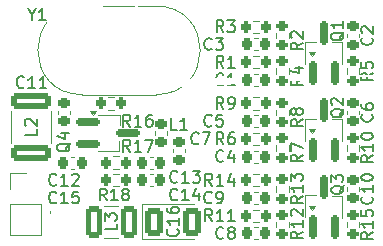
<source format=gto>
G04 #@! TF.GenerationSoftware,KiCad,Pcbnew,8.0.2*
G04 #@! TF.CreationDate,2024-06-05T16:41:01+02:00*
G04 #@! TF.ProjectId,Local Oscillator 60 MHz,4c6f6361-6c20-44f7-9363-696c6c61746f,rev?*
G04 #@! TF.SameCoordinates,Original*
G04 #@! TF.FileFunction,Legend,Top*
G04 #@! TF.FilePolarity,Positive*
%FSLAX46Y46*%
G04 Gerber Fmt 4.6, Leading zero omitted, Abs format (unit mm)*
G04 Created by KiCad (PCBNEW 8.0.2) date 2024-06-05 16:41:01*
%MOMM*%
%LPD*%
G01*
G04 APERTURE LIST*
G04 Aperture macros list*
%AMRoundRect*
0 Rectangle with rounded corners*
0 $1 Rounding radius*
0 $2 $3 $4 $5 $6 $7 $8 $9 X,Y pos of 4 corners*
0 Add a 4 corners polygon primitive as box body*
4,1,4,$2,$3,$4,$5,$6,$7,$8,$9,$2,$3,0*
0 Add four circle primitives for the rounded corners*
1,1,$1+$1,$2,$3*
1,1,$1+$1,$4,$5*
1,1,$1+$1,$6,$7*
1,1,$1+$1,$8,$9*
0 Add four rect primitives between the rounded corners*
20,1,$1+$1,$2,$3,$4,$5,0*
20,1,$1+$1,$4,$5,$6,$7,0*
20,1,$1+$1,$6,$7,$8,$9,0*
20,1,$1+$1,$8,$9,$2,$3,0*%
%AMFreePoly0*
4,1,124,3.223017,6.045185,3.225213,6.044748,3.493463,6.030690,3.857889,5.972970,4.214285,5.877474,4.558747,5.745248,4.887500,5.577740,5.196943,5.376785,5.483685,5.144586,5.744586,4.883685,5.976785,4.596943,6.177740,4.287500,6.345248,3.958747,6.477474,3.614285,6.572970,3.257889,6.630690,2.893463,6.650000,2.525000,6.630690,2.156537,6.572970,1.792111,6.477474,1.435715,
6.345248,1.091253,6.177740,0.762500,5.976785,0.453057,5.744586,0.166315,5.483685,-0.094586,5.196943,-0.326785,4.887500,-0.527740,4.558747,-0.695248,4.214285,-0.827474,3.857889,-0.922970,3.493463,-0.980690,3.225213,-0.994748,3.223017,-0.995185,3.216787,-0.995189,3.125000,-1.000000,3.074255,-0.995297,-3.125000,-1.000000,-3.223017,-0.995185,-3.225213,-0.994748,-3.493463,-0.980690,
-3.857889,-0.922970,-4.214285,-0.827474,-4.558747,-0.695248,-4.887500,-0.527740,-5.196943,-0.326785,-5.483685,-0.094586,-5.744586,0.166315,-5.976785,0.453057,-6.177740,0.762500,-6.345248,1.091253,-6.477474,1.435715,-6.572970,1.792111,-6.630690,2.156537,-6.650000,2.525000,-6.643710,2.645020,-4.650000,2.645020,-4.650000,2.404980,-4.612450,2.167895,-4.538273,1.939603,-4.429297,1.725726,
-4.288205,1.531529,-4.118471,1.361795,-3.924274,1.220703,-3.710397,1.111727,-3.482105,1.037550,-3.245020,1.000000,-3.125000,1.000000,-3.074255,0.995297,3.125000,1.000000,3.245020,1.000000,3.482105,1.037550,3.710397,1.111727,3.924274,1.220703,4.118471,1.361795,4.288205,1.531529,4.429297,1.725726,4.538273,1.939603,4.612450,2.167895,4.650000,2.404980,4.650000,2.645020,
4.612450,2.882105,4.538273,3.110397,4.429297,3.324274,4.288205,3.518471,4.118471,3.688205,3.924274,3.829297,3.710397,3.938273,3.482105,4.012450,3.245020,4.050000,3.125000,4.050000,3.074255,4.054702,-3.125000,4.050000,-3.245020,4.050000,-3.482105,4.012450,-3.710397,3.938273,-3.924274,3.829297,-4.118471,3.688205,-4.288205,3.518471,-4.429297,3.324274,-4.538273,3.110397,
-4.612450,2.882105,-4.650000,2.645020,-6.643710,2.645020,-6.630690,2.893463,-6.572970,3.257889,-6.477474,3.614285,-6.345248,3.958747,-6.177740,4.287500,-5.976785,4.596943,-5.744586,4.883685,-5.483685,5.144586,-5.196943,5.376785,-4.887500,5.577740,-4.558747,5.745248,-4.214285,5.877474,-3.857889,5.972970,-3.493463,6.030690,-3.225213,6.044748,-3.223017,6.045185,-3.216787,6.045189,
-3.125000,6.050000,-3.074255,6.045297,3.125000,6.050000,3.223017,6.045185,3.223017,6.045185,$1*%
G04 Aperture macros list end*
%ADD10C,0.150000*%
%ADD11C,0.120000*%
%ADD12C,0.100000*%
%ADD13R,1.700000X1.700000*%
%ADD14O,1.700000X1.700000*%
%ADD15RoundRect,0.162500X0.162500X-0.837500X0.162500X0.837500X-0.162500X0.837500X-0.162500X-0.837500X0*%
%ADD16RoundRect,0.225000X0.225000X0.250000X-0.225000X0.250000X-0.225000X-0.250000X0.225000X-0.250000X0*%
%ADD17RoundRect,0.200000X0.275000X-0.200000X0.275000X0.200000X-0.275000X0.200000X-0.275000X-0.200000X0*%
%ADD18RoundRect,0.162500X-0.837500X-0.162500X0.837500X-0.162500X0.837500X0.162500X-0.837500X0.162500X0*%
%ADD19RoundRect,0.225000X-0.225000X-0.250000X0.225000X-0.250000X0.225000X0.250000X-0.225000X0.250000X0*%
%ADD20C,1.500000*%
%ADD21FreePoly0,0.000000*%
%ADD22RoundRect,0.250001X-0.499999X-0.924999X0.499999X-0.924999X0.499999X0.924999X-0.499999X0.924999X0*%
%ADD23RoundRect,0.225000X0.250000X-0.225000X0.250000X0.225000X-0.250000X0.225000X-0.250000X-0.225000X0*%
%ADD24RoundRect,0.200000X-0.200000X-0.275000X0.200000X-0.275000X0.200000X0.275000X-0.200000X0.275000X0*%
%ADD25RoundRect,0.250000X-1.450000X0.400000X-1.450000X-0.400000X1.450000X-0.400000X1.450000X0.400000X0*%
%ADD26R,3.000000X1.750000*%
%ADD27RoundRect,0.200000X0.200000X0.275000X-0.200000X0.275000X-0.200000X-0.275000X0.200000X-0.275000X0*%
%ADD28R,0.600000X0.800000*%
%ADD29R,0.600000X0.650000*%
%ADD30RoundRect,0.250001X-0.462499X-1.074999X0.462499X-1.074999X0.462499X1.074999X-0.462499X1.074999X0*%
%ADD31RoundRect,0.218750X-0.256250X0.218750X-0.256250X-0.218750X0.256250X-0.218750X0.256250X0.218750X0*%
G04 APERTURE END LIST*
D10*
X110465057Y-68943922D02*
X110417438Y-69039160D01*
X110417438Y-69039160D02*
X110322200Y-69134398D01*
X110322200Y-69134398D02*
X110179342Y-69277255D01*
X110179342Y-69277255D02*
X110131723Y-69372493D01*
X110131723Y-69372493D02*
X110131723Y-69467731D01*
X110369819Y-69420112D02*
X110322200Y-69515350D01*
X110322200Y-69515350D02*
X110226961Y-69610588D01*
X110226961Y-69610588D02*
X110036485Y-69658207D01*
X110036485Y-69658207D02*
X109703152Y-69658207D01*
X109703152Y-69658207D02*
X109512676Y-69610588D01*
X109512676Y-69610588D02*
X109417438Y-69515350D01*
X109417438Y-69515350D02*
X109369819Y-69420112D01*
X109369819Y-69420112D02*
X109369819Y-69229636D01*
X109369819Y-69229636D02*
X109417438Y-69134398D01*
X109417438Y-69134398D02*
X109512676Y-69039160D01*
X109512676Y-69039160D02*
X109703152Y-68991541D01*
X109703152Y-68991541D02*
X110036485Y-68991541D01*
X110036485Y-68991541D02*
X110226961Y-69039160D01*
X110226961Y-69039160D02*
X110322200Y-69134398D01*
X110322200Y-69134398D02*
X110369819Y-69229636D01*
X110369819Y-69229636D02*
X110369819Y-69420112D01*
X109465057Y-68610588D02*
X109417438Y-68562969D01*
X109417438Y-68562969D02*
X109369819Y-68467731D01*
X109369819Y-68467731D02*
X109369819Y-68229636D01*
X109369819Y-68229636D02*
X109417438Y-68134398D01*
X109417438Y-68134398D02*
X109465057Y-68086779D01*
X109465057Y-68086779D02*
X109560295Y-68039160D01*
X109560295Y-68039160D02*
X109655533Y-68039160D01*
X109655533Y-68039160D02*
X109798390Y-68086779D01*
X109798390Y-68086779D02*
X110369819Y-68658207D01*
X110369819Y-68658207D02*
X110369819Y-68039160D01*
X96357142Y-76609580D02*
X96309523Y-76657200D01*
X96309523Y-76657200D02*
X96166666Y-76704819D01*
X96166666Y-76704819D02*
X96071428Y-76704819D01*
X96071428Y-76704819D02*
X95928571Y-76657200D01*
X95928571Y-76657200D02*
X95833333Y-76561961D01*
X95833333Y-76561961D02*
X95785714Y-76466723D01*
X95785714Y-76466723D02*
X95738095Y-76276247D01*
X95738095Y-76276247D02*
X95738095Y-76133390D01*
X95738095Y-76133390D02*
X95785714Y-75942914D01*
X95785714Y-75942914D02*
X95833333Y-75847676D01*
X95833333Y-75847676D02*
X95928571Y-75752438D01*
X95928571Y-75752438D02*
X96071428Y-75704819D01*
X96071428Y-75704819D02*
X96166666Y-75704819D01*
X96166666Y-75704819D02*
X96309523Y-75752438D01*
X96309523Y-75752438D02*
X96357142Y-75800057D01*
X97309523Y-76704819D02*
X96738095Y-76704819D01*
X97023809Y-76704819D02*
X97023809Y-75704819D01*
X97023809Y-75704819D02*
X96928571Y-75847676D01*
X96928571Y-75847676D02*
X96833333Y-75942914D01*
X96833333Y-75942914D02*
X96738095Y-75990533D01*
X98166666Y-76038152D02*
X98166666Y-76704819D01*
X97928571Y-75657200D02*
X97690476Y-76371485D01*
X97690476Y-76371485D02*
X98309523Y-76371485D01*
X112914819Y-72892857D02*
X112438628Y-73226190D01*
X112914819Y-73464285D02*
X111914819Y-73464285D01*
X111914819Y-73464285D02*
X111914819Y-73083333D01*
X111914819Y-73083333D02*
X111962438Y-72988095D01*
X111962438Y-72988095D02*
X112010057Y-72940476D01*
X112010057Y-72940476D02*
X112105295Y-72892857D01*
X112105295Y-72892857D02*
X112248152Y-72892857D01*
X112248152Y-72892857D02*
X112343390Y-72940476D01*
X112343390Y-72940476D02*
X112391009Y-72988095D01*
X112391009Y-72988095D02*
X112438628Y-73083333D01*
X112438628Y-73083333D02*
X112438628Y-73464285D01*
X112914819Y-71940476D02*
X112914819Y-72511904D01*
X112914819Y-72226190D02*
X111914819Y-72226190D01*
X111914819Y-72226190D02*
X112057676Y-72321428D01*
X112057676Y-72321428D02*
X112152914Y-72416666D01*
X112152914Y-72416666D02*
X112200533Y-72511904D01*
X111914819Y-71321428D02*
X111914819Y-71226190D01*
X111914819Y-71226190D02*
X111962438Y-71130952D01*
X111962438Y-71130952D02*
X112010057Y-71083333D01*
X112010057Y-71083333D02*
X112105295Y-71035714D01*
X112105295Y-71035714D02*
X112295771Y-70988095D01*
X112295771Y-70988095D02*
X112533866Y-70988095D01*
X112533866Y-70988095D02*
X112724342Y-71035714D01*
X112724342Y-71035714D02*
X112819580Y-71083333D01*
X112819580Y-71083333D02*
X112867200Y-71130952D01*
X112867200Y-71130952D02*
X112914819Y-71226190D01*
X112914819Y-71226190D02*
X112914819Y-71321428D01*
X112914819Y-71321428D02*
X112867200Y-71416666D01*
X112867200Y-71416666D02*
X112819580Y-71464285D01*
X112819580Y-71464285D02*
X112724342Y-71511904D01*
X112724342Y-71511904D02*
X112533866Y-71559523D01*
X112533866Y-71559523D02*
X112295771Y-71559523D01*
X112295771Y-71559523D02*
X112105295Y-71511904D01*
X112105295Y-71511904D02*
X112010057Y-71464285D01*
X112010057Y-71464285D02*
X111962438Y-71416666D01*
X111962438Y-71416666D02*
X111914819Y-71321428D01*
X96357142Y-75109580D02*
X96309523Y-75157200D01*
X96309523Y-75157200D02*
X96166666Y-75204819D01*
X96166666Y-75204819D02*
X96071428Y-75204819D01*
X96071428Y-75204819D02*
X95928571Y-75157200D01*
X95928571Y-75157200D02*
X95833333Y-75061961D01*
X95833333Y-75061961D02*
X95785714Y-74966723D01*
X95785714Y-74966723D02*
X95738095Y-74776247D01*
X95738095Y-74776247D02*
X95738095Y-74633390D01*
X95738095Y-74633390D02*
X95785714Y-74442914D01*
X95785714Y-74442914D02*
X95833333Y-74347676D01*
X95833333Y-74347676D02*
X95928571Y-74252438D01*
X95928571Y-74252438D02*
X96071428Y-74204819D01*
X96071428Y-74204819D02*
X96166666Y-74204819D01*
X96166666Y-74204819D02*
X96309523Y-74252438D01*
X96309523Y-74252438D02*
X96357142Y-74300057D01*
X97309523Y-75204819D02*
X96738095Y-75204819D01*
X97023809Y-75204819D02*
X97023809Y-74204819D01*
X97023809Y-74204819D02*
X96928571Y-74347676D01*
X96928571Y-74347676D02*
X96833333Y-74442914D01*
X96833333Y-74442914D02*
X96738095Y-74490533D01*
X97642857Y-74204819D02*
X98261904Y-74204819D01*
X98261904Y-74204819D02*
X97928571Y-74585771D01*
X97928571Y-74585771D02*
X98071428Y-74585771D01*
X98071428Y-74585771D02*
X98166666Y-74633390D01*
X98166666Y-74633390D02*
X98214285Y-74681009D01*
X98214285Y-74681009D02*
X98261904Y-74776247D01*
X98261904Y-74776247D02*
X98261904Y-75014342D01*
X98261904Y-75014342D02*
X98214285Y-75109580D01*
X98214285Y-75109580D02*
X98166666Y-75157200D01*
X98166666Y-75157200D02*
X98071428Y-75204819D01*
X98071428Y-75204819D02*
X97785714Y-75204819D01*
X97785714Y-75204819D02*
X97690476Y-75157200D01*
X97690476Y-75157200D02*
X97642857Y-75109580D01*
X87300057Y-71845238D02*
X87252438Y-71940476D01*
X87252438Y-71940476D02*
X87157200Y-72035714D01*
X87157200Y-72035714D02*
X87014342Y-72178571D01*
X87014342Y-72178571D02*
X86966723Y-72273809D01*
X86966723Y-72273809D02*
X86966723Y-72369047D01*
X87204819Y-72321428D02*
X87157200Y-72416666D01*
X87157200Y-72416666D02*
X87061961Y-72511904D01*
X87061961Y-72511904D02*
X86871485Y-72559523D01*
X86871485Y-72559523D02*
X86538152Y-72559523D01*
X86538152Y-72559523D02*
X86347676Y-72511904D01*
X86347676Y-72511904D02*
X86252438Y-72416666D01*
X86252438Y-72416666D02*
X86204819Y-72321428D01*
X86204819Y-72321428D02*
X86204819Y-72130952D01*
X86204819Y-72130952D02*
X86252438Y-72035714D01*
X86252438Y-72035714D02*
X86347676Y-71940476D01*
X86347676Y-71940476D02*
X86538152Y-71892857D01*
X86538152Y-71892857D02*
X86871485Y-71892857D01*
X86871485Y-71892857D02*
X87061961Y-71940476D01*
X87061961Y-71940476D02*
X87157200Y-72035714D01*
X87157200Y-72035714D02*
X87204819Y-72130952D01*
X87204819Y-72130952D02*
X87204819Y-72321428D01*
X86538152Y-71035714D02*
X87204819Y-71035714D01*
X86157200Y-71273809D02*
X86871485Y-71511904D01*
X86871485Y-71511904D02*
X86871485Y-70892857D01*
X99258458Y-63859580D02*
X99210839Y-63907200D01*
X99210839Y-63907200D02*
X99067982Y-63954819D01*
X99067982Y-63954819D02*
X98972744Y-63954819D01*
X98972744Y-63954819D02*
X98829887Y-63907200D01*
X98829887Y-63907200D02*
X98734649Y-63811961D01*
X98734649Y-63811961D02*
X98687030Y-63716723D01*
X98687030Y-63716723D02*
X98639411Y-63526247D01*
X98639411Y-63526247D02*
X98639411Y-63383390D01*
X98639411Y-63383390D02*
X98687030Y-63192914D01*
X98687030Y-63192914D02*
X98734649Y-63097676D01*
X98734649Y-63097676D02*
X98829887Y-63002438D01*
X98829887Y-63002438D02*
X98972744Y-62954819D01*
X98972744Y-62954819D02*
X99067982Y-62954819D01*
X99067982Y-62954819D02*
X99210839Y-63002438D01*
X99210839Y-63002438D02*
X99258458Y-63050057D01*
X99591792Y-62954819D02*
X100210839Y-62954819D01*
X100210839Y-62954819D02*
X99877506Y-63335771D01*
X99877506Y-63335771D02*
X100020363Y-63335771D01*
X100020363Y-63335771D02*
X100115601Y-63383390D01*
X100115601Y-63383390D02*
X100163220Y-63431009D01*
X100163220Y-63431009D02*
X100210839Y-63526247D01*
X100210839Y-63526247D02*
X100210839Y-63764342D01*
X100210839Y-63764342D02*
X100163220Y-63859580D01*
X100163220Y-63859580D02*
X100115601Y-63907200D01*
X100115601Y-63907200D02*
X100020363Y-63954819D01*
X100020363Y-63954819D02*
X99734649Y-63954819D01*
X99734649Y-63954819D02*
X99639411Y-63907200D01*
X99639411Y-63907200D02*
X99591792Y-63859580D01*
X84023809Y-60978628D02*
X84023809Y-61454819D01*
X83690476Y-60454819D02*
X84023809Y-60978628D01*
X84023809Y-60978628D02*
X84357142Y-60454819D01*
X85214285Y-61454819D02*
X84642857Y-61454819D01*
X84928571Y-61454819D02*
X84928571Y-60454819D01*
X84928571Y-60454819D02*
X84833333Y-60597676D01*
X84833333Y-60597676D02*
X84738095Y-60692914D01*
X84738095Y-60692914D02*
X84642857Y-60740533D01*
X96359580Y-79142857D02*
X96407200Y-79190476D01*
X96407200Y-79190476D02*
X96454819Y-79333333D01*
X96454819Y-79333333D02*
X96454819Y-79428571D01*
X96454819Y-79428571D02*
X96407200Y-79571428D01*
X96407200Y-79571428D02*
X96311961Y-79666666D01*
X96311961Y-79666666D02*
X96216723Y-79714285D01*
X96216723Y-79714285D02*
X96026247Y-79761904D01*
X96026247Y-79761904D02*
X95883390Y-79761904D01*
X95883390Y-79761904D02*
X95692914Y-79714285D01*
X95692914Y-79714285D02*
X95597676Y-79666666D01*
X95597676Y-79666666D02*
X95502438Y-79571428D01*
X95502438Y-79571428D02*
X95454819Y-79428571D01*
X95454819Y-79428571D02*
X95454819Y-79333333D01*
X95454819Y-79333333D02*
X95502438Y-79190476D01*
X95502438Y-79190476D02*
X95550057Y-79142857D01*
X96454819Y-78190476D02*
X96454819Y-78761904D01*
X96454819Y-78476190D02*
X95454819Y-78476190D01*
X95454819Y-78476190D02*
X95597676Y-78571428D01*
X95597676Y-78571428D02*
X95692914Y-78666666D01*
X95692914Y-78666666D02*
X95740533Y-78761904D01*
X95454819Y-77333333D02*
X95454819Y-77523809D01*
X95454819Y-77523809D02*
X95502438Y-77619047D01*
X95502438Y-77619047D02*
X95550057Y-77666666D01*
X95550057Y-77666666D02*
X95692914Y-77761904D01*
X95692914Y-77761904D02*
X95883390Y-77809523D01*
X95883390Y-77809523D02*
X96264342Y-77809523D01*
X96264342Y-77809523D02*
X96359580Y-77761904D01*
X96359580Y-77761904D02*
X96407200Y-77714285D01*
X96407200Y-77714285D02*
X96454819Y-77619047D01*
X96454819Y-77619047D02*
X96454819Y-77428571D01*
X96454819Y-77428571D02*
X96407200Y-77333333D01*
X96407200Y-77333333D02*
X96359580Y-77285714D01*
X96359580Y-77285714D02*
X96264342Y-77238095D01*
X96264342Y-77238095D02*
X96026247Y-77238095D01*
X96026247Y-77238095D02*
X95931009Y-77285714D01*
X95931009Y-77285714D02*
X95883390Y-77333333D01*
X95883390Y-77333333D02*
X95835771Y-77428571D01*
X95835771Y-77428571D02*
X95835771Y-77619047D01*
X95835771Y-77619047D02*
X95883390Y-77714285D01*
X95883390Y-77714285D02*
X95931009Y-77761904D01*
X95931009Y-77761904D02*
X96026247Y-77809523D01*
X83357142Y-67109580D02*
X83309523Y-67157200D01*
X83309523Y-67157200D02*
X83166666Y-67204819D01*
X83166666Y-67204819D02*
X83071428Y-67204819D01*
X83071428Y-67204819D02*
X82928571Y-67157200D01*
X82928571Y-67157200D02*
X82833333Y-67061961D01*
X82833333Y-67061961D02*
X82785714Y-66966723D01*
X82785714Y-66966723D02*
X82738095Y-66776247D01*
X82738095Y-66776247D02*
X82738095Y-66633390D01*
X82738095Y-66633390D02*
X82785714Y-66442914D01*
X82785714Y-66442914D02*
X82833333Y-66347676D01*
X82833333Y-66347676D02*
X82928571Y-66252438D01*
X82928571Y-66252438D02*
X83071428Y-66204819D01*
X83071428Y-66204819D02*
X83166666Y-66204819D01*
X83166666Y-66204819D02*
X83309523Y-66252438D01*
X83309523Y-66252438D02*
X83357142Y-66300057D01*
X84309523Y-67204819D02*
X83738095Y-67204819D01*
X84023809Y-67204819D02*
X84023809Y-66204819D01*
X84023809Y-66204819D02*
X83928571Y-66347676D01*
X83928571Y-66347676D02*
X83833333Y-66442914D01*
X83833333Y-66442914D02*
X83738095Y-66490533D01*
X85261904Y-67204819D02*
X84690476Y-67204819D01*
X84976190Y-67204819D02*
X84976190Y-66204819D01*
X84976190Y-66204819D02*
X84880952Y-66347676D01*
X84880952Y-66347676D02*
X84785714Y-66442914D01*
X84785714Y-66442914D02*
X84690476Y-66490533D01*
X90357142Y-76704819D02*
X90023809Y-76228628D01*
X89785714Y-76704819D02*
X89785714Y-75704819D01*
X89785714Y-75704819D02*
X90166666Y-75704819D01*
X90166666Y-75704819D02*
X90261904Y-75752438D01*
X90261904Y-75752438D02*
X90309523Y-75800057D01*
X90309523Y-75800057D02*
X90357142Y-75895295D01*
X90357142Y-75895295D02*
X90357142Y-76038152D01*
X90357142Y-76038152D02*
X90309523Y-76133390D01*
X90309523Y-76133390D02*
X90261904Y-76181009D01*
X90261904Y-76181009D02*
X90166666Y-76228628D01*
X90166666Y-76228628D02*
X89785714Y-76228628D01*
X91309523Y-76704819D02*
X90738095Y-76704819D01*
X91023809Y-76704819D02*
X91023809Y-75704819D01*
X91023809Y-75704819D02*
X90928571Y-75847676D01*
X90928571Y-75847676D02*
X90833333Y-75942914D01*
X90833333Y-75942914D02*
X90738095Y-75990533D01*
X91880952Y-76133390D02*
X91785714Y-76085771D01*
X91785714Y-76085771D02*
X91738095Y-76038152D01*
X91738095Y-76038152D02*
X91690476Y-75942914D01*
X91690476Y-75942914D02*
X91690476Y-75895295D01*
X91690476Y-75895295D02*
X91738095Y-75800057D01*
X91738095Y-75800057D02*
X91785714Y-75752438D01*
X91785714Y-75752438D02*
X91880952Y-75704819D01*
X91880952Y-75704819D02*
X92071428Y-75704819D01*
X92071428Y-75704819D02*
X92166666Y-75752438D01*
X92166666Y-75752438D02*
X92214285Y-75800057D01*
X92214285Y-75800057D02*
X92261904Y-75895295D01*
X92261904Y-75895295D02*
X92261904Y-75942914D01*
X92261904Y-75942914D02*
X92214285Y-76038152D01*
X92214285Y-76038152D02*
X92166666Y-76085771D01*
X92166666Y-76085771D02*
X92071428Y-76133390D01*
X92071428Y-76133390D02*
X91880952Y-76133390D01*
X91880952Y-76133390D02*
X91785714Y-76181009D01*
X91785714Y-76181009D02*
X91738095Y-76228628D01*
X91738095Y-76228628D02*
X91690476Y-76323866D01*
X91690476Y-76323866D02*
X91690476Y-76514342D01*
X91690476Y-76514342D02*
X91738095Y-76609580D01*
X91738095Y-76609580D02*
X91785714Y-76657200D01*
X91785714Y-76657200D02*
X91880952Y-76704819D01*
X91880952Y-76704819D02*
X92071428Y-76704819D01*
X92071428Y-76704819D02*
X92166666Y-76657200D01*
X92166666Y-76657200D02*
X92214285Y-76609580D01*
X92214285Y-76609580D02*
X92261904Y-76514342D01*
X92261904Y-76514342D02*
X92261904Y-76323866D01*
X92261904Y-76323866D02*
X92214285Y-76228628D01*
X92214285Y-76228628D02*
X92166666Y-76181009D01*
X92166666Y-76181009D02*
X92071428Y-76133390D01*
X106954819Y-72841792D02*
X106478628Y-73175125D01*
X106954819Y-73413220D02*
X105954819Y-73413220D01*
X105954819Y-73413220D02*
X105954819Y-73032268D01*
X105954819Y-73032268D02*
X106002438Y-72937030D01*
X106002438Y-72937030D02*
X106050057Y-72889411D01*
X106050057Y-72889411D02*
X106145295Y-72841792D01*
X106145295Y-72841792D02*
X106288152Y-72841792D01*
X106288152Y-72841792D02*
X106383390Y-72889411D01*
X106383390Y-72889411D02*
X106431009Y-72937030D01*
X106431009Y-72937030D02*
X106478628Y-73032268D01*
X106478628Y-73032268D02*
X106478628Y-73413220D01*
X105954819Y-72508458D02*
X105954819Y-71841792D01*
X105954819Y-71841792D02*
X106954819Y-72270363D01*
X100258458Y-66859580D02*
X100210839Y-66907200D01*
X100210839Y-66907200D02*
X100067982Y-66954819D01*
X100067982Y-66954819D02*
X99972744Y-66954819D01*
X99972744Y-66954819D02*
X99829887Y-66907200D01*
X99829887Y-66907200D02*
X99734649Y-66811961D01*
X99734649Y-66811961D02*
X99687030Y-66716723D01*
X99687030Y-66716723D02*
X99639411Y-66526247D01*
X99639411Y-66526247D02*
X99639411Y-66383390D01*
X99639411Y-66383390D02*
X99687030Y-66192914D01*
X99687030Y-66192914D02*
X99734649Y-66097676D01*
X99734649Y-66097676D02*
X99829887Y-66002438D01*
X99829887Y-66002438D02*
X99972744Y-65954819D01*
X99972744Y-65954819D02*
X100067982Y-65954819D01*
X100067982Y-65954819D02*
X100210839Y-66002438D01*
X100210839Y-66002438D02*
X100258458Y-66050057D01*
X101210839Y-66954819D02*
X100639411Y-66954819D01*
X100925125Y-66954819D02*
X100925125Y-65954819D01*
X100925125Y-65954819D02*
X100829887Y-66097676D01*
X100829887Y-66097676D02*
X100734649Y-66192914D01*
X100734649Y-66192914D02*
X100639411Y-66240533D01*
X84429819Y-70666666D02*
X84429819Y-71142856D01*
X84429819Y-71142856D02*
X83429819Y-71142856D01*
X83525057Y-70380951D02*
X83477438Y-70333332D01*
X83477438Y-70333332D02*
X83429819Y-70238094D01*
X83429819Y-70238094D02*
X83429819Y-69999999D01*
X83429819Y-69999999D02*
X83477438Y-69904761D01*
X83477438Y-69904761D02*
X83525057Y-69857142D01*
X83525057Y-69857142D02*
X83620295Y-69809523D01*
X83620295Y-69809523D02*
X83715533Y-69809523D01*
X83715533Y-69809523D02*
X83858390Y-69857142D01*
X83858390Y-69857142D02*
X84429819Y-70428570D01*
X84429819Y-70428570D02*
X84429819Y-69809523D01*
X99258458Y-76859580D02*
X99210839Y-76907200D01*
X99210839Y-76907200D02*
X99067982Y-76954819D01*
X99067982Y-76954819D02*
X98972744Y-76954819D01*
X98972744Y-76954819D02*
X98829887Y-76907200D01*
X98829887Y-76907200D02*
X98734649Y-76811961D01*
X98734649Y-76811961D02*
X98687030Y-76716723D01*
X98687030Y-76716723D02*
X98639411Y-76526247D01*
X98639411Y-76526247D02*
X98639411Y-76383390D01*
X98639411Y-76383390D02*
X98687030Y-76192914D01*
X98687030Y-76192914D02*
X98734649Y-76097676D01*
X98734649Y-76097676D02*
X98829887Y-76002438D01*
X98829887Y-76002438D02*
X98972744Y-75954819D01*
X98972744Y-75954819D02*
X99067982Y-75954819D01*
X99067982Y-75954819D02*
X99210839Y-76002438D01*
X99210839Y-76002438D02*
X99258458Y-76050057D01*
X99734649Y-76954819D02*
X99925125Y-76954819D01*
X99925125Y-76954819D02*
X100020363Y-76907200D01*
X100020363Y-76907200D02*
X100067982Y-76859580D01*
X100067982Y-76859580D02*
X100163220Y-76716723D01*
X100163220Y-76716723D02*
X100210839Y-76526247D01*
X100210839Y-76526247D02*
X100210839Y-76145295D01*
X100210839Y-76145295D02*
X100163220Y-76050057D01*
X100163220Y-76050057D02*
X100115601Y-76002438D01*
X100115601Y-76002438D02*
X100020363Y-75954819D01*
X100020363Y-75954819D02*
X99829887Y-75954819D01*
X99829887Y-75954819D02*
X99734649Y-76002438D01*
X99734649Y-76002438D02*
X99687030Y-76050057D01*
X99687030Y-76050057D02*
X99639411Y-76145295D01*
X99639411Y-76145295D02*
X99639411Y-76383390D01*
X99639411Y-76383390D02*
X99687030Y-76478628D01*
X99687030Y-76478628D02*
X99734649Y-76526247D01*
X99734649Y-76526247D02*
X99829887Y-76573866D01*
X99829887Y-76573866D02*
X100020363Y-76573866D01*
X100020363Y-76573866D02*
X100115601Y-76526247D01*
X100115601Y-76526247D02*
X100163220Y-76478628D01*
X100163220Y-76478628D02*
X100210839Y-76383390D01*
X100258458Y-65454819D02*
X99925125Y-64978628D01*
X99687030Y-65454819D02*
X99687030Y-64454819D01*
X99687030Y-64454819D02*
X100067982Y-64454819D01*
X100067982Y-64454819D02*
X100163220Y-64502438D01*
X100163220Y-64502438D02*
X100210839Y-64550057D01*
X100210839Y-64550057D02*
X100258458Y-64645295D01*
X100258458Y-64645295D02*
X100258458Y-64788152D01*
X100258458Y-64788152D02*
X100210839Y-64883390D01*
X100210839Y-64883390D02*
X100163220Y-64931009D01*
X100163220Y-64931009D02*
X100067982Y-64978628D01*
X100067982Y-64978628D02*
X99687030Y-64978628D01*
X101210839Y-65454819D02*
X100639411Y-65454819D01*
X100925125Y-65454819D02*
X100925125Y-64454819D01*
X100925125Y-64454819D02*
X100829887Y-64597676D01*
X100829887Y-64597676D02*
X100734649Y-64692914D01*
X100734649Y-64692914D02*
X100639411Y-64740533D01*
X100258458Y-79859580D02*
X100210839Y-79907200D01*
X100210839Y-79907200D02*
X100067982Y-79954819D01*
X100067982Y-79954819D02*
X99972744Y-79954819D01*
X99972744Y-79954819D02*
X99829887Y-79907200D01*
X99829887Y-79907200D02*
X99734649Y-79811961D01*
X99734649Y-79811961D02*
X99687030Y-79716723D01*
X99687030Y-79716723D02*
X99639411Y-79526247D01*
X99639411Y-79526247D02*
X99639411Y-79383390D01*
X99639411Y-79383390D02*
X99687030Y-79192914D01*
X99687030Y-79192914D02*
X99734649Y-79097676D01*
X99734649Y-79097676D02*
X99829887Y-79002438D01*
X99829887Y-79002438D02*
X99972744Y-78954819D01*
X99972744Y-78954819D02*
X100067982Y-78954819D01*
X100067982Y-78954819D02*
X100210839Y-79002438D01*
X100210839Y-79002438D02*
X100258458Y-79050057D01*
X100829887Y-79383390D02*
X100734649Y-79335771D01*
X100734649Y-79335771D02*
X100687030Y-79288152D01*
X100687030Y-79288152D02*
X100639411Y-79192914D01*
X100639411Y-79192914D02*
X100639411Y-79145295D01*
X100639411Y-79145295D02*
X100687030Y-79050057D01*
X100687030Y-79050057D02*
X100734649Y-79002438D01*
X100734649Y-79002438D02*
X100829887Y-78954819D01*
X100829887Y-78954819D02*
X101020363Y-78954819D01*
X101020363Y-78954819D02*
X101115601Y-79002438D01*
X101115601Y-79002438D02*
X101163220Y-79050057D01*
X101163220Y-79050057D02*
X101210839Y-79145295D01*
X101210839Y-79145295D02*
X101210839Y-79192914D01*
X101210839Y-79192914D02*
X101163220Y-79288152D01*
X101163220Y-79288152D02*
X101115601Y-79335771D01*
X101115601Y-79335771D02*
X101020363Y-79383390D01*
X101020363Y-79383390D02*
X100829887Y-79383390D01*
X100829887Y-79383390D02*
X100734649Y-79431009D01*
X100734649Y-79431009D02*
X100687030Y-79478628D01*
X100687030Y-79478628D02*
X100639411Y-79573866D01*
X100639411Y-79573866D02*
X100639411Y-79764342D01*
X100639411Y-79764342D02*
X100687030Y-79859580D01*
X100687030Y-79859580D02*
X100734649Y-79907200D01*
X100734649Y-79907200D02*
X100829887Y-79954819D01*
X100829887Y-79954819D02*
X101020363Y-79954819D01*
X101020363Y-79954819D02*
X101115601Y-79907200D01*
X101115601Y-79907200D02*
X101163220Y-79859580D01*
X101163220Y-79859580D02*
X101210839Y-79764342D01*
X101210839Y-79764342D02*
X101210839Y-79573866D01*
X101210839Y-79573866D02*
X101163220Y-79478628D01*
X101163220Y-79478628D02*
X101115601Y-79431009D01*
X101115601Y-79431009D02*
X101020363Y-79383390D01*
X100258458Y-62454819D02*
X99925125Y-61978628D01*
X99687030Y-62454819D02*
X99687030Y-61454819D01*
X99687030Y-61454819D02*
X100067982Y-61454819D01*
X100067982Y-61454819D02*
X100163220Y-61502438D01*
X100163220Y-61502438D02*
X100210839Y-61550057D01*
X100210839Y-61550057D02*
X100258458Y-61645295D01*
X100258458Y-61645295D02*
X100258458Y-61788152D01*
X100258458Y-61788152D02*
X100210839Y-61883390D01*
X100210839Y-61883390D02*
X100163220Y-61931009D01*
X100163220Y-61931009D02*
X100067982Y-61978628D01*
X100067982Y-61978628D02*
X99687030Y-61978628D01*
X100591792Y-61454819D02*
X101210839Y-61454819D01*
X101210839Y-61454819D02*
X100877506Y-61835771D01*
X100877506Y-61835771D02*
X101020363Y-61835771D01*
X101020363Y-61835771D02*
X101115601Y-61883390D01*
X101115601Y-61883390D02*
X101163220Y-61931009D01*
X101163220Y-61931009D02*
X101210839Y-62026247D01*
X101210839Y-62026247D02*
X101210839Y-62264342D01*
X101210839Y-62264342D02*
X101163220Y-62359580D01*
X101163220Y-62359580D02*
X101115601Y-62407200D01*
X101115601Y-62407200D02*
X101020363Y-62454819D01*
X101020363Y-62454819D02*
X100734649Y-62454819D01*
X100734649Y-62454819D02*
X100639411Y-62407200D01*
X100639411Y-62407200D02*
X100591792Y-62359580D01*
X99306077Y-75454819D02*
X98972744Y-74978628D01*
X98734649Y-75454819D02*
X98734649Y-74454819D01*
X98734649Y-74454819D02*
X99115601Y-74454819D01*
X99115601Y-74454819D02*
X99210839Y-74502438D01*
X99210839Y-74502438D02*
X99258458Y-74550057D01*
X99258458Y-74550057D02*
X99306077Y-74645295D01*
X99306077Y-74645295D02*
X99306077Y-74788152D01*
X99306077Y-74788152D02*
X99258458Y-74883390D01*
X99258458Y-74883390D02*
X99210839Y-74931009D01*
X99210839Y-74931009D02*
X99115601Y-74978628D01*
X99115601Y-74978628D02*
X98734649Y-74978628D01*
X100258458Y-75454819D02*
X99687030Y-75454819D01*
X99972744Y-75454819D02*
X99972744Y-74454819D01*
X99972744Y-74454819D02*
X99877506Y-74597676D01*
X99877506Y-74597676D02*
X99782268Y-74692914D01*
X99782268Y-74692914D02*
X99687030Y-74740533D01*
X101115601Y-74788152D02*
X101115601Y-75454819D01*
X100877506Y-74407200D02*
X100639411Y-75121485D01*
X100639411Y-75121485D02*
X101258458Y-75121485D01*
X86107142Y-76859580D02*
X86059523Y-76907200D01*
X86059523Y-76907200D02*
X85916666Y-76954819D01*
X85916666Y-76954819D02*
X85821428Y-76954819D01*
X85821428Y-76954819D02*
X85678571Y-76907200D01*
X85678571Y-76907200D02*
X85583333Y-76811961D01*
X85583333Y-76811961D02*
X85535714Y-76716723D01*
X85535714Y-76716723D02*
X85488095Y-76526247D01*
X85488095Y-76526247D02*
X85488095Y-76383390D01*
X85488095Y-76383390D02*
X85535714Y-76192914D01*
X85535714Y-76192914D02*
X85583333Y-76097676D01*
X85583333Y-76097676D02*
X85678571Y-76002438D01*
X85678571Y-76002438D02*
X85821428Y-75954819D01*
X85821428Y-75954819D02*
X85916666Y-75954819D01*
X85916666Y-75954819D02*
X86059523Y-76002438D01*
X86059523Y-76002438D02*
X86107142Y-76050057D01*
X87059523Y-76954819D02*
X86488095Y-76954819D01*
X86773809Y-76954819D02*
X86773809Y-75954819D01*
X86773809Y-75954819D02*
X86678571Y-76097676D01*
X86678571Y-76097676D02*
X86583333Y-76192914D01*
X86583333Y-76192914D02*
X86488095Y-76240533D01*
X87964285Y-75954819D02*
X87488095Y-75954819D01*
X87488095Y-75954819D02*
X87440476Y-76431009D01*
X87440476Y-76431009D02*
X87488095Y-76383390D01*
X87488095Y-76383390D02*
X87583333Y-76335771D01*
X87583333Y-76335771D02*
X87821428Y-76335771D01*
X87821428Y-76335771D02*
X87916666Y-76383390D01*
X87916666Y-76383390D02*
X87964285Y-76431009D01*
X87964285Y-76431009D02*
X88011904Y-76526247D01*
X88011904Y-76526247D02*
X88011904Y-76764342D01*
X88011904Y-76764342D02*
X87964285Y-76859580D01*
X87964285Y-76859580D02*
X87916666Y-76907200D01*
X87916666Y-76907200D02*
X87821428Y-76954819D01*
X87821428Y-76954819D02*
X87583333Y-76954819D01*
X87583333Y-76954819D02*
X87488095Y-76907200D01*
X87488095Y-76907200D02*
X87440476Y-76859580D01*
X100258458Y-73359580D02*
X100210839Y-73407200D01*
X100210839Y-73407200D02*
X100067982Y-73454819D01*
X100067982Y-73454819D02*
X99972744Y-73454819D01*
X99972744Y-73454819D02*
X99829887Y-73407200D01*
X99829887Y-73407200D02*
X99734649Y-73311961D01*
X99734649Y-73311961D02*
X99687030Y-73216723D01*
X99687030Y-73216723D02*
X99639411Y-73026247D01*
X99639411Y-73026247D02*
X99639411Y-72883390D01*
X99639411Y-72883390D02*
X99687030Y-72692914D01*
X99687030Y-72692914D02*
X99734649Y-72597676D01*
X99734649Y-72597676D02*
X99829887Y-72502438D01*
X99829887Y-72502438D02*
X99972744Y-72454819D01*
X99972744Y-72454819D02*
X100067982Y-72454819D01*
X100067982Y-72454819D02*
X100210839Y-72502438D01*
X100210839Y-72502438D02*
X100258458Y-72550057D01*
X101115601Y-72788152D02*
X101115601Y-73454819D01*
X100877506Y-72407200D02*
X100639411Y-73121485D01*
X100639411Y-73121485D02*
X101258458Y-73121485D01*
X110465057Y-75443922D02*
X110417438Y-75539160D01*
X110417438Y-75539160D02*
X110322200Y-75634398D01*
X110322200Y-75634398D02*
X110179342Y-75777255D01*
X110179342Y-75777255D02*
X110131723Y-75872493D01*
X110131723Y-75872493D02*
X110131723Y-75967731D01*
X110369819Y-75920112D02*
X110322200Y-76015350D01*
X110322200Y-76015350D02*
X110226961Y-76110588D01*
X110226961Y-76110588D02*
X110036485Y-76158207D01*
X110036485Y-76158207D02*
X109703152Y-76158207D01*
X109703152Y-76158207D02*
X109512676Y-76110588D01*
X109512676Y-76110588D02*
X109417438Y-76015350D01*
X109417438Y-76015350D02*
X109369819Y-75920112D01*
X109369819Y-75920112D02*
X109369819Y-75729636D01*
X109369819Y-75729636D02*
X109417438Y-75634398D01*
X109417438Y-75634398D02*
X109512676Y-75539160D01*
X109512676Y-75539160D02*
X109703152Y-75491541D01*
X109703152Y-75491541D02*
X110036485Y-75491541D01*
X110036485Y-75491541D02*
X110226961Y-75539160D01*
X110226961Y-75539160D02*
X110322200Y-75634398D01*
X110322200Y-75634398D02*
X110369819Y-75729636D01*
X110369819Y-75729636D02*
X110369819Y-75920112D01*
X109369819Y-75158207D02*
X109369819Y-74539160D01*
X109369819Y-74539160D02*
X109750771Y-74872493D01*
X109750771Y-74872493D02*
X109750771Y-74729636D01*
X109750771Y-74729636D02*
X109798390Y-74634398D01*
X109798390Y-74634398D02*
X109846009Y-74586779D01*
X109846009Y-74586779D02*
X109941247Y-74539160D01*
X109941247Y-74539160D02*
X110179342Y-74539160D01*
X110179342Y-74539160D02*
X110274580Y-74586779D01*
X110274580Y-74586779D02*
X110322200Y-74634398D01*
X110322200Y-74634398D02*
X110369819Y-74729636D01*
X110369819Y-74729636D02*
X110369819Y-75015350D01*
X110369819Y-75015350D02*
X110322200Y-75110588D01*
X110322200Y-75110588D02*
X110274580Y-75158207D01*
X106954819Y-63341792D02*
X106478628Y-63675125D01*
X106954819Y-63913220D02*
X105954819Y-63913220D01*
X105954819Y-63913220D02*
X105954819Y-63532268D01*
X105954819Y-63532268D02*
X106002438Y-63437030D01*
X106002438Y-63437030D02*
X106050057Y-63389411D01*
X106050057Y-63389411D02*
X106145295Y-63341792D01*
X106145295Y-63341792D02*
X106288152Y-63341792D01*
X106288152Y-63341792D02*
X106383390Y-63389411D01*
X106383390Y-63389411D02*
X106431009Y-63437030D01*
X106431009Y-63437030D02*
X106478628Y-63532268D01*
X106478628Y-63532268D02*
X106478628Y-63913220D01*
X106050057Y-62960839D02*
X106002438Y-62913220D01*
X106002438Y-62913220D02*
X105954819Y-62817982D01*
X105954819Y-62817982D02*
X105954819Y-62579887D01*
X105954819Y-62579887D02*
X106002438Y-62484649D01*
X106002438Y-62484649D02*
X106050057Y-62437030D01*
X106050057Y-62437030D02*
X106145295Y-62389411D01*
X106145295Y-62389411D02*
X106240533Y-62389411D01*
X106240533Y-62389411D02*
X106383390Y-62437030D01*
X106383390Y-62437030D02*
X106954819Y-63008458D01*
X106954819Y-63008458D02*
X106954819Y-62389411D01*
X99306077Y-78454819D02*
X98972744Y-77978628D01*
X98734649Y-78454819D02*
X98734649Y-77454819D01*
X98734649Y-77454819D02*
X99115601Y-77454819D01*
X99115601Y-77454819D02*
X99210839Y-77502438D01*
X99210839Y-77502438D02*
X99258458Y-77550057D01*
X99258458Y-77550057D02*
X99306077Y-77645295D01*
X99306077Y-77645295D02*
X99306077Y-77788152D01*
X99306077Y-77788152D02*
X99258458Y-77883390D01*
X99258458Y-77883390D02*
X99210839Y-77931009D01*
X99210839Y-77931009D02*
X99115601Y-77978628D01*
X99115601Y-77978628D02*
X98734649Y-77978628D01*
X100258458Y-78454819D02*
X99687030Y-78454819D01*
X99972744Y-78454819D02*
X99972744Y-77454819D01*
X99972744Y-77454819D02*
X99877506Y-77597676D01*
X99877506Y-77597676D02*
X99782268Y-77692914D01*
X99782268Y-77692914D02*
X99687030Y-77740533D01*
X101210839Y-78454819D02*
X100639411Y-78454819D01*
X100925125Y-78454819D02*
X100925125Y-77454819D01*
X100925125Y-77454819D02*
X100829887Y-77597676D01*
X100829887Y-77597676D02*
X100734649Y-77692914D01*
X100734649Y-77692914D02*
X100639411Y-77740533D01*
X112819580Y-69416666D02*
X112867200Y-69464285D01*
X112867200Y-69464285D02*
X112914819Y-69607142D01*
X112914819Y-69607142D02*
X112914819Y-69702380D01*
X112914819Y-69702380D02*
X112867200Y-69845237D01*
X112867200Y-69845237D02*
X112771961Y-69940475D01*
X112771961Y-69940475D02*
X112676723Y-69988094D01*
X112676723Y-69988094D02*
X112486247Y-70035713D01*
X112486247Y-70035713D02*
X112343390Y-70035713D01*
X112343390Y-70035713D02*
X112152914Y-69988094D01*
X112152914Y-69988094D02*
X112057676Y-69940475D01*
X112057676Y-69940475D02*
X111962438Y-69845237D01*
X111962438Y-69845237D02*
X111914819Y-69702380D01*
X111914819Y-69702380D02*
X111914819Y-69607142D01*
X111914819Y-69607142D02*
X111962438Y-69464285D01*
X111962438Y-69464285D02*
X112010057Y-69416666D01*
X111914819Y-68559523D02*
X111914819Y-68749999D01*
X111914819Y-68749999D02*
X111962438Y-68845237D01*
X111962438Y-68845237D02*
X112010057Y-68892856D01*
X112010057Y-68892856D02*
X112152914Y-68988094D01*
X112152914Y-68988094D02*
X112343390Y-69035713D01*
X112343390Y-69035713D02*
X112724342Y-69035713D01*
X112724342Y-69035713D02*
X112819580Y-68988094D01*
X112819580Y-68988094D02*
X112867200Y-68940475D01*
X112867200Y-68940475D02*
X112914819Y-68845237D01*
X112914819Y-68845237D02*
X112914819Y-68654761D01*
X112914819Y-68654761D02*
X112867200Y-68559523D01*
X112867200Y-68559523D02*
X112819580Y-68511904D01*
X112819580Y-68511904D02*
X112724342Y-68464285D01*
X112724342Y-68464285D02*
X112486247Y-68464285D01*
X112486247Y-68464285D02*
X112391009Y-68511904D01*
X112391009Y-68511904D02*
X112343390Y-68559523D01*
X112343390Y-68559523D02*
X112295771Y-68654761D01*
X112295771Y-68654761D02*
X112295771Y-68845237D01*
X112295771Y-68845237D02*
X112343390Y-68940475D01*
X112343390Y-68940475D02*
X112391009Y-68988094D01*
X112391009Y-68988094D02*
X112486247Y-69035713D01*
X99258458Y-70359580D02*
X99210839Y-70407200D01*
X99210839Y-70407200D02*
X99067982Y-70454819D01*
X99067982Y-70454819D02*
X98972744Y-70454819D01*
X98972744Y-70454819D02*
X98829887Y-70407200D01*
X98829887Y-70407200D02*
X98734649Y-70311961D01*
X98734649Y-70311961D02*
X98687030Y-70216723D01*
X98687030Y-70216723D02*
X98639411Y-70026247D01*
X98639411Y-70026247D02*
X98639411Y-69883390D01*
X98639411Y-69883390D02*
X98687030Y-69692914D01*
X98687030Y-69692914D02*
X98734649Y-69597676D01*
X98734649Y-69597676D02*
X98829887Y-69502438D01*
X98829887Y-69502438D02*
X98972744Y-69454819D01*
X98972744Y-69454819D02*
X99067982Y-69454819D01*
X99067982Y-69454819D02*
X99210839Y-69502438D01*
X99210839Y-69502438D02*
X99258458Y-69550057D01*
X100163220Y-69454819D02*
X99687030Y-69454819D01*
X99687030Y-69454819D02*
X99639411Y-69931009D01*
X99639411Y-69931009D02*
X99687030Y-69883390D01*
X99687030Y-69883390D02*
X99782268Y-69835771D01*
X99782268Y-69835771D02*
X100020363Y-69835771D01*
X100020363Y-69835771D02*
X100115601Y-69883390D01*
X100115601Y-69883390D02*
X100163220Y-69931009D01*
X100163220Y-69931009D02*
X100210839Y-70026247D01*
X100210839Y-70026247D02*
X100210839Y-70264342D01*
X100210839Y-70264342D02*
X100163220Y-70359580D01*
X100163220Y-70359580D02*
X100115601Y-70407200D01*
X100115601Y-70407200D02*
X100020363Y-70454819D01*
X100020363Y-70454819D02*
X99782268Y-70454819D01*
X99782268Y-70454819D02*
X99687030Y-70407200D01*
X99687030Y-70407200D02*
X99639411Y-70359580D01*
X92353207Y-72569819D02*
X92019874Y-72093628D01*
X91781779Y-72569819D02*
X91781779Y-71569819D01*
X91781779Y-71569819D02*
X92162731Y-71569819D01*
X92162731Y-71569819D02*
X92257969Y-71617438D01*
X92257969Y-71617438D02*
X92305588Y-71665057D01*
X92305588Y-71665057D02*
X92353207Y-71760295D01*
X92353207Y-71760295D02*
X92353207Y-71903152D01*
X92353207Y-71903152D02*
X92305588Y-71998390D01*
X92305588Y-71998390D02*
X92257969Y-72046009D01*
X92257969Y-72046009D02*
X92162731Y-72093628D01*
X92162731Y-72093628D02*
X91781779Y-72093628D01*
X93305588Y-72569819D02*
X92734160Y-72569819D01*
X93019874Y-72569819D02*
X93019874Y-71569819D01*
X93019874Y-71569819D02*
X92924636Y-71712676D01*
X92924636Y-71712676D02*
X92829398Y-71807914D01*
X92829398Y-71807914D02*
X92734160Y-71855533D01*
X93638922Y-71569819D02*
X94305588Y-71569819D01*
X94305588Y-71569819D02*
X93877017Y-72569819D01*
X106954819Y-76341792D02*
X106478628Y-76675125D01*
X106954819Y-76913220D02*
X105954819Y-76913220D01*
X105954819Y-76913220D02*
X105954819Y-76532268D01*
X105954819Y-76532268D02*
X106002438Y-76437030D01*
X106002438Y-76437030D02*
X106050057Y-76389411D01*
X106050057Y-76389411D02*
X106145295Y-76341792D01*
X106145295Y-76341792D02*
X106288152Y-76341792D01*
X106288152Y-76341792D02*
X106383390Y-76389411D01*
X106383390Y-76389411D02*
X106431009Y-76437030D01*
X106431009Y-76437030D02*
X106478628Y-76532268D01*
X106478628Y-76532268D02*
X106478628Y-76913220D01*
X106954819Y-75389411D02*
X106954819Y-75960839D01*
X106954819Y-75675125D02*
X105954819Y-75675125D01*
X105954819Y-75675125D02*
X106097676Y-75770363D01*
X106097676Y-75770363D02*
X106192914Y-75865601D01*
X106192914Y-75865601D02*
X106240533Y-75960839D01*
X105954819Y-75056077D02*
X105954819Y-74437030D01*
X105954819Y-74437030D02*
X106335771Y-74770363D01*
X106335771Y-74770363D02*
X106335771Y-74627506D01*
X106335771Y-74627506D02*
X106383390Y-74532268D01*
X106383390Y-74532268D02*
X106431009Y-74484649D01*
X106431009Y-74484649D02*
X106526247Y-74437030D01*
X106526247Y-74437030D02*
X106764342Y-74437030D01*
X106764342Y-74437030D02*
X106859580Y-74484649D01*
X106859580Y-74484649D02*
X106907200Y-74532268D01*
X106907200Y-74532268D02*
X106954819Y-74627506D01*
X106954819Y-74627506D02*
X106954819Y-74913220D01*
X106954819Y-74913220D02*
X106907200Y-75008458D01*
X106907200Y-75008458D02*
X106859580Y-75056077D01*
X112819580Y-76392857D02*
X112867200Y-76440476D01*
X112867200Y-76440476D02*
X112914819Y-76583333D01*
X112914819Y-76583333D02*
X112914819Y-76678571D01*
X112914819Y-76678571D02*
X112867200Y-76821428D01*
X112867200Y-76821428D02*
X112771961Y-76916666D01*
X112771961Y-76916666D02*
X112676723Y-76964285D01*
X112676723Y-76964285D02*
X112486247Y-77011904D01*
X112486247Y-77011904D02*
X112343390Y-77011904D01*
X112343390Y-77011904D02*
X112152914Y-76964285D01*
X112152914Y-76964285D02*
X112057676Y-76916666D01*
X112057676Y-76916666D02*
X111962438Y-76821428D01*
X111962438Y-76821428D02*
X111914819Y-76678571D01*
X111914819Y-76678571D02*
X111914819Y-76583333D01*
X111914819Y-76583333D02*
X111962438Y-76440476D01*
X111962438Y-76440476D02*
X112010057Y-76392857D01*
X112914819Y-75440476D02*
X112914819Y-76011904D01*
X112914819Y-75726190D02*
X111914819Y-75726190D01*
X111914819Y-75726190D02*
X112057676Y-75821428D01*
X112057676Y-75821428D02*
X112152914Y-75916666D01*
X112152914Y-75916666D02*
X112200533Y-76011904D01*
X111914819Y-74821428D02*
X111914819Y-74726190D01*
X111914819Y-74726190D02*
X111962438Y-74630952D01*
X111962438Y-74630952D02*
X112010057Y-74583333D01*
X112010057Y-74583333D02*
X112105295Y-74535714D01*
X112105295Y-74535714D02*
X112295771Y-74488095D01*
X112295771Y-74488095D02*
X112533866Y-74488095D01*
X112533866Y-74488095D02*
X112724342Y-74535714D01*
X112724342Y-74535714D02*
X112819580Y-74583333D01*
X112819580Y-74583333D02*
X112867200Y-74630952D01*
X112867200Y-74630952D02*
X112914819Y-74726190D01*
X112914819Y-74726190D02*
X112914819Y-74821428D01*
X112914819Y-74821428D02*
X112867200Y-74916666D01*
X112867200Y-74916666D02*
X112819580Y-74964285D01*
X112819580Y-74964285D02*
X112724342Y-75011904D01*
X112724342Y-75011904D02*
X112533866Y-75059523D01*
X112533866Y-75059523D02*
X112295771Y-75059523D01*
X112295771Y-75059523D02*
X112105295Y-75011904D01*
X112105295Y-75011904D02*
X112010057Y-74964285D01*
X112010057Y-74964285D02*
X111962438Y-74916666D01*
X111962438Y-74916666D02*
X111914819Y-74821428D01*
X100258458Y-71954819D02*
X99925125Y-71478628D01*
X99687030Y-71954819D02*
X99687030Y-70954819D01*
X99687030Y-70954819D02*
X100067982Y-70954819D01*
X100067982Y-70954819D02*
X100163220Y-71002438D01*
X100163220Y-71002438D02*
X100210839Y-71050057D01*
X100210839Y-71050057D02*
X100258458Y-71145295D01*
X100258458Y-71145295D02*
X100258458Y-71288152D01*
X100258458Y-71288152D02*
X100210839Y-71383390D01*
X100210839Y-71383390D02*
X100163220Y-71431009D01*
X100163220Y-71431009D02*
X100067982Y-71478628D01*
X100067982Y-71478628D02*
X99687030Y-71478628D01*
X101115601Y-70954819D02*
X100925125Y-70954819D01*
X100925125Y-70954819D02*
X100829887Y-71002438D01*
X100829887Y-71002438D02*
X100782268Y-71050057D01*
X100782268Y-71050057D02*
X100687030Y-71192914D01*
X100687030Y-71192914D02*
X100639411Y-71383390D01*
X100639411Y-71383390D02*
X100639411Y-71764342D01*
X100639411Y-71764342D02*
X100687030Y-71859580D01*
X100687030Y-71859580D02*
X100734649Y-71907200D01*
X100734649Y-71907200D02*
X100829887Y-71954819D01*
X100829887Y-71954819D02*
X101020363Y-71954819D01*
X101020363Y-71954819D02*
X101115601Y-71907200D01*
X101115601Y-71907200D02*
X101163220Y-71859580D01*
X101163220Y-71859580D02*
X101210839Y-71764342D01*
X101210839Y-71764342D02*
X101210839Y-71526247D01*
X101210839Y-71526247D02*
X101163220Y-71431009D01*
X101163220Y-71431009D02*
X101115601Y-71383390D01*
X101115601Y-71383390D02*
X101020363Y-71335771D01*
X101020363Y-71335771D02*
X100829887Y-71335771D01*
X100829887Y-71335771D02*
X100734649Y-71383390D01*
X100734649Y-71383390D02*
X100687030Y-71431009D01*
X100687030Y-71431009D02*
X100639411Y-71526247D01*
X100258458Y-68954819D02*
X99925125Y-68478628D01*
X99687030Y-68954819D02*
X99687030Y-67954819D01*
X99687030Y-67954819D02*
X100067982Y-67954819D01*
X100067982Y-67954819D02*
X100163220Y-68002438D01*
X100163220Y-68002438D02*
X100210839Y-68050057D01*
X100210839Y-68050057D02*
X100258458Y-68145295D01*
X100258458Y-68145295D02*
X100258458Y-68288152D01*
X100258458Y-68288152D02*
X100210839Y-68383390D01*
X100210839Y-68383390D02*
X100163220Y-68431009D01*
X100163220Y-68431009D02*
X100067982Y-68478628D01*
X100067982Y-68478628D02*
X99687030Y-68478628D01*
X100734649Y-68954819D02*
X100925125Y-68954819D01*
X100925125Y-68954819D02*
X101020363Y-68907200D01*
X101020363Y-68907200D02*
X101067982Y-68859580D01*
X101067982Y-68859580D02*
X101163220Y-68716723D01*
X101163220Y-68716723D02*
X101210839Y-68526247D01*
X101210839Y-68526247D02*
X101210839Y-68145295D01*
X101210839Y-68145295D02*
X101163220Y-68050057D01*
X101163220Y-68050057D02*
X101115601Y-68002438D01*
X101115601Y-68002438D02*
X101020363Y-67954819D01*
X101020363Y-67954819D02*
X100829887Y-67954819D01*
X100829887Y-67954819D02*
X100734649Y-68002438D01*
X100734649Y-68002438D02*
X100687030Y-68050057D01*
X100687030Y-68050057D02*
X100639411Y-68145295D01*
X100639411Y-68145295D02*
X100639411Y-68383390D01*
X100639411Y-68383390D02*
X100687030Y-68478628D01*
X100687030Y-68478628D02*
X100734649Y-68526247D01*
X100734649Y-68526247D02*
X100829887Y-68573866D01*
X100829887Y-68573866D02*
X101020363Y-68573866D01*
X101020363Y-68573866D02*
X101115601Y-68526247D01*
X101115601Y-68526247D02*
X101163220Y-68478628D01*
X101163220Y-68478628D02*
X101210839Y-68383390D01*
X86107142Y-75359580D02*
X86059523Y-75407200D01*
X86059523Y-75407200D02*
X85916666Y-75454819D01*
X85916666Y-75454819D02*
X85821428Y-75454819D01*
X85821428Y-75454819D02*
X85678571Y-75407200D01*
X85678571Y-75407200D02*
X85583333Y-75311961D01*
X85583333Y-75311961D02*
X85535714Y-75216723D01*
X85535714Y-75216723D02*
X85488095Y-75026247D01*
X85488095Y-75026247D02*
X85488095Y-74883390D01*
X85488095Y-74883390D02*
X85535714Y-74692914D01*
X85535714Y-74692914D02*
X85583333Y-74597676D01*
X85583333Y-74597676D02*
X85678571Y-74502438D01*
X85678571Y-74502438D02*
X85821428Y-74454819D01*
X85821428Y-74454819D02*
X85916666Y-74454819D01*
X85916666Y-74454819D02*
X86059523Y-74502438D01*
X86059523Y-74502438D02*
X86107142Y-74550057D01*
X87059523Y-75454819D02*
X86488095Y-75454819D01*
X86773809Y-75454819D02*
X86773809Y-74454819D01*
X86773809Y-74454819D02*
X86678571Y-74597676D01*
X86678571Y-74597676D02*
X86583333Y-74692914D01*
X86583333Y-74692914D02*
X86488095Y-74740533D01*
X87440476Y-74550057D02*
X87488095Y-74502438D01*
X87488095Y-74502438D02*
X87583333Y-74454819D01*
X87583333Y-74454819D02*
X87821428Y-74454819D01*
X87821428Y-74454819D02*
X87916666Y-74502438D01*
X87916666Y-74502438D02*
X87964285Y-74550057D01*
X87964285Y-74550057D02*
X88011904Y-74645295D01*
X88011904Y-74645295D02*
X88011904Y-74740533D01*
X88011904Y-74740533D02*
X87964285Y-74883390D01*
X87964285Y-74883390D02*
X87392857Y-75454819D01*
X87392857Y-75454819D02*
X88011904Y-75454819D01*
X112914819Y-65916666D02*
X112438628Y-66249999D01*
X112914819Y-66488094D02*
X111914819Y-66488094D01*
X111914819Y-66488094D02*
X111914819Y-66107142D01*
X111914819Y-66107142D02*
X111962438Y-66011904D01*
X111962438Y-66011904D02*
X112010057Y-65964285D01*
X112010057Y-65964285D02*
X112105295Y-65916666D01*
X112105295Y-65916666D02*
X112248152Y-65916666D01*
X112248152Y-65916666D02*
X112343390Y-65964285D01*
X112343390Y-65964285D02*
X112391009Y-66011904D01*
X112391009Y-66011904D02*
X112438628Y-66107142D01*
X112438628Y-66107142D02*
X112438628Y-66488094D01*
X111914819Y-65011904D02*
X111914819Y-65488094D01*
X111914819Y-65488094D02*
X112391009Y-65535713D01*
X112391009Y-65535713D02*
X112343390Y-65488094D01*
X112343390Y-65488094D02*
X112295771Y-65392856D01*
X112295771Y-65392856D02*
X112295771Y-65154761D01*
X112295771Y-65154761D02*
X112343390Y-65059523D01*
X112343390Y-65059523D02*
X112391009Y-65011904D01*
X112391009Y-65011904D02*
X112486247Y-64964285D01*
X112486247Y-64964285D02*
X112724342Y-64964285D01*
X112724342Y-64964285D02*
X112819580Y-65011904D01*
X112819580Y-65011904D02*
X112867200Y-65059523D01*
X112867200Y-65059523D02*
X112914819Y-65154761D01*
X112914819Y-65154761D02*
X112914819Y-65392856D01*
X112914819Y-65392856D02*
X112867200Y-65488094D01*
X112867200Y-65488094D02*
X112819580Y-65535713D01*
X91204819Y-78666666D02*
X91204819Y-79142856D01*
X91204819Y-79142856D02*
X90204819Y-79142856D01*
X90204819Y-78428570D02*
X90204819Y-77809523D01*
X90204819Y-77809523D02*
X90585771Y-78142856D01*
X90585771Y-78142856D02*
X90585771Y-77999999D01*
X90585771Y-77999999D02*
X90633390Y-77904761D01*
X90633390Y-77904761D02*
X90681009Y-77857142D01*
X90681009Y-77857142D02*
X90776247Y-77809523D01*
X90776247Y-77809523D02*
X91014342Y-77809523D01*
X91014342Y-77809523D02*
X91109580Y-77857142D01*
X91109580Y-77857142D02*
X91157200Y-77904761D01*
X91157200Y-77904761D02*
X91204819Y-77999999D01*
X91204819Y-77999999D02*
X91204819Y-78285713D01*
X91204819Y-78285713D02*
X91157200Y-78380951D01*
X91157200Y-78380951D02*
X91109580Y-78428570D01*
X106974819Y-66341792D02*
X106498628Y-66675125D01*
X106974819Y-66913220D02*
X105974819Y-66913220D01*
X105974819Y-66913220D02*
X105974819Y-66532268D01*
X105974819Y-66532268D02*
X106022438Y-66437030D01*
X106022438Y-66437030D02*
X106070057Y-66389411D01*
X106070057Y-66389411D02*
X106165295Y-66341792D01*
X106165295Y-66341792D02*
X106308152Y-66341792D01*
X106308152Y-66341792D02*
X106403390Y-66389411D01*
X106403390Y-66389411D02*
X106451009Y-66437030D01*
X106451009Y-66437030D02*
X106498628Y-66532268D01*
X106498628Y-66532268D02*
X106498628Y-66913220D01*
X106308152Y-65484649D02*
X106974819Y-65484649D01*
X105927200Y-65722744D02*
X106641485Y-65960839D01*
X106641485Y-65960839D02*
X106641485Y-65341792D01*
X96333333Y-70704819D02*
X95857143Y-70704819D01*
X95857143Y-70704819D02*
X95857143Y-69704819D01*
X97190476Y-70704819D02*
X96619048Y-70704819D01*
X96904762Y-70704819D02*
X96904762Y-69704819D01*
X96904762Y-69704819D02*
X96809524Y-69847676D01*
X96809524Y-69847676D02*
X96714286Y-69942914D01*
X96714286Y-69942914D02*
X96619048Y-69990533D01*
X110465057Y-62443922D02*
X110417438Y-62539160D01*
X110417438Y-62539160D02*
X110322200Y-62634398D01*
X110322200Y-62634398D02*
X110179342Y-62777255D01*
X110179342Y-62777255D02*
X110131723Y-62872493D01*
X110131723Y-62872493D02*
X110131723Y-62967731D01*
X110369819Y-62920112D02*
X110322200Y-63015350D01*
X110322200Y-63015350D02*
X110226961Y-63110588D01*
X110226961Y-63110588D02*
X110036485Y-63158207D01*
X110036485Y-63158207D02*
X109703152Y-63158207D01*
X109703152Y-63158207D02*
X109512676Y-63110588D01*
X109512676Y-63110588D02*
X109417438Y-63015350D01*
X109417438Y-63015350D02*
X109369819Y-62920112D01*
X109369819Y-62920112D02*
X109369819Y-62729636D01*
X109369819Y-62729636D02*
X109417438Y-62634398D01*
X109417438Y-62634398D02*
X109512676Y-62539160D01*
X109512676Y-62539160D02*
X109703152Y-62491541D01*
X109703152Y-62491541D02*
X110036485Y-62491541D01*
X110036485Y-62491541D02*
X110226961Y-62539160D01*
X110226961Y-62539160D02*
X110322200Y-62634398D01*
X110322200Y-62634398D02*
X110369819Y-62729636D01*
X110369819Y-62729636D02*
X110369819Y-62920112D01*
X110369819Y-61539160D02*
X110369819Y-62110588D01*
X110369819Y-61824874D02*
X109369819Y-61824874D01*
X109369819Y-61824874D02*
X109512676Y-61920112D01*
X109512676Y-61920112D02*
X109607914Y-62015350D01*
X109607914Y-62015350D02*
X109655533Y-62110588D01*
X112914819Y-79392857D02*
X112438628Y-79726190D01*
X112914819Y-79964285D02*
X111914819Y-79964285D01*
X111914819Y-79964285D02*
X111914819Y-79583333D01*
X111914819Y-79583333D02*
X111962438Y-79488095D01*
X111962438Y-79488095D02*
X112010057Y-79440476D01*
X112010057Y-79440476D02*
X112105295Y-79392857D01*
X112105295Y-79392857D02*
X112248152Y-79392857D01*
X112248152Y-79392857D02*
X112343390Y-79440476D01*
X112343390Y-79440476D02*
X112391009Y-79488095D01*
X112391009Y-79488095D02*
X112438628Y-79583333D01*
X112438628Y-79583333D02*
X112438628Y-79964285D01*
X112914819Y-78440476D02*
X112914819Y-79011904D01*
X112914819Y-78726190D02*
X111914819Y-78726190D01*
X111914819Y-78726190D02*
X112057676Y-78821428D01*
X112057676Y-78821428D02*
X112152914Y-78916666D01*
X112152914Y-78916666D02*
X112200533Y-79011904D01*
X111914819Y-77535714D02*
X111914819Y-78011904D01*
X111914819Y-78011904D02*
X112391009Y-78059523D01*
X112391009Y-78059523D02*
X112343390Y-78011904D01*
X112343390Y-78011904D02*
X112295771Y-77916666D01*
X112295771Y-77916666D02*
X112295771Y-77678571D01*
X112295771Y-77678571D02*
X112343390Y-77583333D01*
X112343390Y-77583333D02*
X112391009Y-77535714D01*
X112391009Y-77535714D02*
X112486247Y-77488095D01*
X112486247Y-77488095D02*
X112724342Y-77488095D01*
X112724342Y-77488095D02*
X112819580Y-77535714D01*
X112819580Y-77535714D02*
X112867200Y-77583333D01*
X112867200Y-77583333D02*
X112914819Y-77678571D01*
X112914819Y-77678571D02*
X112914819Y-77916666D01*
X112914819Y-77916666D02*
X112867200Y-78011904D01*
X112867200Y-78011904D02*
X112819580Y-78059523D01*
X98158207Y-71859580D02*
X98110588Y-71907200D01*
X98110588Y-71907200D02*
X97967731Y-71954819D01*
X97967731Y-71954819D02*
X97872493Y-71954819D01*
X97872493Y-71954819D02*
X97729636Y-71907200D01*
X97729636Y-71907200D02*
X97634398Y-71811961D01*
X97634398Y-71811961D02*
X97586779Y-71716723D01*
X97586779Y-71716723D02*
X97539160Y-71526247D01*
X97539160Y-71526247D02*
X97539160Y-71383390D01*
X97539160Y-71383390D02*
X97586779Y-71192914D01*
X97586779Y-71192914D02*
X97634398Y-71097676D01*
X97634398Y-71097676D02*
X97729636Y-71002438D01*
X97729636Y-71002438D02*
X97872493Y-70954819D01*
X97872493Y-70954819D02*
X97967731Y-70954819D01*
X97967731Y-70954819D02*
X98110588Y-71002438D01*
X98110588Y-71002438D02*
X98158207Y-71050057D01*
X98491541Y-70954819D02*
X99158207Y-70954819D01*
X99158207Y-70954819D02*
X98729636Y-71954819D01*
X106954819Y-69841792D02*
X106478628Y-70175125D01*
X106954819Y-70413220D02*
X105954819Y-70413220D01*
X105954819Y-70413220D02*
X105954819Y-70032268D01*
X105954819Y-70032268D02*
X106002438Y-69937030D01*
X106002438Y-69937030D02*
X106050057Y-69889411D01*
X106050057Y-69889411D02*
X106145295Y-69841792D01*
X106145295Y-69841792D02*
X106288152Y-69841792D01*
X106288152Y-69841792D02*
X106383390Y-69889411D01*
X106383390Y-69889411D02*
X106431009Y-69937030D01*
X106431009Y-69937030D02*
X106478628Y-70032268D01*
X106478628Y-70032268D02*
X106478628Y-70413220D01*
X106383390Y-69270363D02*
X106335771Y-69365601D01*
X106335771Y-69365601D02*
X106288152Y-69413220D01*
X106288152Y-69413220D02*
X106192914Y-69460839D01*
X106192914Y-69460839D02*
X106145295Y-69460839D01*
X106145295Y-69460839D02*
X106050057Y-69413220D01*
X106050057Y-69413220D02*
X106002438Y-69365601D01*
X106002438Y-69365601D02*
X105954819Y-69270363D01*
X105954819Y-69270363D02*
X105954819Y-69079887D01*
X105954819Y-69079887D02*
X106002438Y-68984649D01*
X106002438Y-68984649D02*
X106050057Y-68937030D01*
X106050057Y-68937030D02*
X106145295Y-68889411D01*
X106145295Y-68889411D02*
X106192914Y-68889411D01*
X106192914Y-68889411D02*
X106288152Y-68937030D01*
X106288152Y-68937030D02*
X106335771Y-68984649D01*
X106335771Y-68984649D02*
X106383390Y-69079887D01*
X106383390Y-69079887D02*
X106383390Y-69270363D01*
X106383390Y-69270363D02*
X106431009Y-69365601D01*
X106431009Y-69365601D02*
X106478628Y-69413220D01*
X106478628Y-69413220D02*
X106573866Y-69460839D01*
X106573866Y-69460839D02*
X106764342Y-69460839D01*
X106764342Y-69460839D02*
X106859580Y-69413220D01*
X106859580Y-69413220D02*
X106907200Y-69365601D01*
X106907200Y-69365601D02*
X106954819Y-69270363D01*
X106954819Y-69270363D02*
X106954819Y-69079887D01*
X106954819Y-69079887D02*
X106907200Y-68984649D01*
X106907200Y-68984649D02*
X106859580Y-68937030D01*
X106859580Y-68937030D02*
X106764342Y-68889411D01*
X106764342Y-68889411D02*
X106573866Y-68889411D01*
X106573866Y-68889411D02*
X106478628Y-68937030D01*
X106478628Y-68937030D02*
X106431009Y-68984649D01*
X106431009Y-68984649D02*
X106383390Y-69079887D01*
X92357142Y-70454819D02*
X92023809Y-69978628D01*
X91785714Y-70454819D02*
X91785714Y-69454819D01*
X91785714Y-69454819D02*
X92166666Y-69454819D01*
X92166666Y-69454819D02*
X92261904Y-69502438D01*
X92261904Y-69502438D02*
X92309523Y-69550057D01*
X92309523Y-69550057D02*
X92357142Y-69645295D01*
X92357142Y-69645295D02*
X92357142Y-69788152D01*
X92357142Y-69788152D02*
X92309523Y-69883390D01*
X92309523Y-69883390D02*
X92261904Y-69931009D01*
X92261904Y-69931009D02*
X92166666Y-69978628D01*
X92166666Y-69978628D02*
X91785714Y-69978628D01*
X93309523Y-70454819D02*
X92738095Y-70454819D01*
X93023809Y-70454819D02*
X93023809Y-69454819D01*
X93023809Y-69454819D02*
X92928571Y-69597676D01*
X92928571Y-69597676D02*
X92833333Y-69692914D01*
X92833333Y-69692914D02*
X92738095Y-69740533D01*
X94166666Y-69454819D02*
X93976190Y-69454819D01*
X93976190Y-69454819D02*
X93880952Y-69502438D01*
X93880952Y-69502438D02*
X93833333Y-69550057D01*
X93833333Y-69550057D02*
X93738095Y-69692914D01*
X93738095Y-69692914D02*
X93690476Y-69883390D01*
X93690476Y-69883390D02*
X93690476Y-70264342D01*
X93690476Y-70264342D02*
X93738095Y-70359580D01*
X93738095Y-70359580D02*
X93785714Y-70407200D01*
X93785714Y-70407200D02*
X93880952Y-70454819D01*
X93880952Y-70454819D02*
X94071428Y-70454819D01*
X94071428Y-70454819D02*
X94166666Y-70407200D01*
X94166666Y-70407200D02*
X94214285Y-70359580D01*
X94214285Y-70359580D02*
X94261904Y-70264342D01*
X94261904Y-70264342D02*
X94261904Y-70026247D01*
X94261904Y-70026247D02*
X94214285Y-69931009D01*
X94214285Y-69931009D02*
X94166666Y-69883390D01*
X94166666Y-69883390D02*
X94071428Y-69835771D01*
X94071428Y-69835771D02*
X93880952Y-69835771D01*
X93880952Y-69835771D02*
X93785714Y-69883390D01*
X93785714Y-69883390D02*
X93738095Y-69931009D01*
X93738095Y-69931009D02*
X93690476Y-70026247D01*
X106954819Y-79341792D02*
X106478628Y-79675125D01*
X106954819Y-79913220D02*
X105954819Y-79913220D01*
X105954819Y-79913220D02*
X105954819Y-79532268D01*
X105954819Y-79532268D02*
X106002438Y-79437030D01*
X106002438Y-79437030D02*
X106050057Y-79389411D01*
X106050057Y-79389411D02*
X106145295Y-79341792D01*
X106145295Y-79341792D02*
X106288152Y-79341792D01*
X106288152Y-79341792D02*
X106383390Y-79389411D01*
X106383390Y-79389411D02*
X106431009Y-79437030D01*
X106431009Y-79437030D02*
X106478628Y-79532268D01*
X106478628Y-79532268D02*
X106478628Y-79913220D01*
X106954819Y-78389411D02*
X106954819Y-78960839D01*
X106954819Y-78675125D02*
X105954819Y-78675125D01*
X105954819Y-78675125D02*
X106097676Y-78770363D01*
X106097676Y-78770363D02*
X106192914Y-78865601D01*
X106192914Y-78865601D02*
X106240533Y-78960839D01*
X106050057Y-78008458D02*
X106002438Y-77960839D01*
X106002438Y-77960839D02*
X105954819Y-77865601D01*
X105954819Y-77865601D02*
X105954819Y-77627506D01*
X105954819Y-77627506D02*
X106002438Y-77532268D01*
X106002438Y-77532268D02*
X106050057Y-77484649D01*
X106050057Y-77484649D02*
X106145295Y-77437030D01*
X106145295Y-77437030D02*
X106240533Y-77437030D01*
X106240533Y-77437030D02*
X106383390Y-77484649D01*
X106383390Y-77484649D02*
X106954819Y-78056077D01*
X106954819Y-78056077D02*
X106954819Y-77437030D01*
X112819580Y-62916666D02*
X112867200Y-62964285D01*
X112867200Y-62964285D02*
X112914819Y-63107142D01*
X112914819Y-63107142D02*
X112914819Y-63202380D01*
X112914819Y-63202380D02*
X112867200Y-63345237D01*
X112867200Y-63345237D02*
X112771961Y-63440475D01*
X112771961Y-63440475D02*
X112676723Y-63488094D01*
X112676723Y-63488094D02*
X112486247Y-63535713D01*
X112486247Y-63535713D02*
X112343390Y-63535713D01*
X112343390Y-63535713D02*
X112152914Y-63488094D01*
X112152914Y-63488094D02*
X112057676Y-63440475D01*
X112057676Y-63440475D02*
X111962438Y-63345237D01*
X111962438Y-63345237D02*
X111914819Y-63202380D01*
X111914819Y-63202380D02*
X111914819Y-63107142D01*
X111914819Y-63107142D02*
X111962438Y-62964285D01*
X111962438Y-62964285D02*
X112010057Y-62916666D01*
X112010057Y-62535713D02*
X111962438Y-62488094D01*
X111962438Y-62488094D02*
X111914819Y-62392856D01*
X111914819Y-62392856D02*
X111914819Y-62154761D01*
X111914819Y-62154761D02*
X111962438Y-62059523D01*
X111962438Y-62059523D02*
X112010057Y-62011904D01*
X112010057Y-62011904D02*
X112105295Y-61964285D01*
X112105295Y-61964285D02*
X112200533Y-61964285D01*
X112200533Y-61964285D02*
X112343390Y-62011904D01*
X112343390Y-62011904D02*
X112914819Y-62583332D01*
X112914819Y-62583332D02*
X112914819Y-61964285D01*
D11*
X84830000Y-76995000D02*
X84830000Y-79595000D01*
X82170000Y-79595000D02*
X84830000Y-79595000D01*
X82170000Y-76995000D02*
X84830000Y-76995000D01*
X82170000Y-76995000D02*
X82170000Y-79595000D01*
X82170000Y-75725000D02*
X82170000Y-74395000D01*
X82170000Y-74395000D02*
X83500000Y-74395000D01*
X107750000Y-71000000D02*
X107510000Y-70670000D01*
X107990000Y-70670000D01*
X107750000Y-71000000D01*
G36*
X107750000Y-71000000D02*
G01*
X107510000Y-70670000D01*
X107990000Y-70670000D01*
X107750000Y-71000000D01*
G37*
X110310000Y-69805000D02*
X110310000Y-71655000D01*
X109420000Y-69805000D02*
X110310000Y-69805000D01*
X107190000Y-69790000D02*
X108080000Y-69790000D01*
X107190000Y-69790000D02*
X107190000Y-71640000D01*
X94290580Y-74490000D02*
X94009420Y-74490000D01*
X94290580Y-75510000D02*
X94009420Y-75510000D01*
X111772500Y-72487258D02*
X111772500Y-72012742D01*
X110727500Y-72487258D02*
X110727500Y-72012742D01*
X94290580Y-72990000D02*
X94009420Y-72990000D01*
X94290580Y-74010000D02*
X94009420Y-74010000D01*
X89220000Y-69450000D02*
X88980000Y-69120000D01*
X89460000Y-69120000D01*
X89220000Y-69450000D01*
G36*
X89220000Y-69450000D02*
G01*
X88980000Y-69120000D01*
X89460000Y-69120000D01*
X89220000Y-69450000D01*
G37*
X91460000Y-69440000D02*
X91460000Y-70330000D01*
X91460000Y-69440000D02*
X89610000Y-69440000D01*
X91445000Y-72560000D02*
X89595000Y-72560000D01*
X91445000Y-71670000D02*
X91445000Y-72560000D01*
X102859420Y-62990000D02*
X103140580Y-62990000D01*
X102859420Y-64010000D02*
X103140580Y-64010000D01*
X88290000Y-60250000D02*
X94540000Y-60250000D01*
X88290000Y-67750000D02*
X94540000Y-67750000D01*
X88290000Y-67750000D02*
G75*
G02*
X88290000Y-60250000I0J3750000D01*
G01*
X94540000Y-60250000D02*
G75*
G02*
X94540000Y-67750000I0J-3750000D01*
G01*
X93365000Y-76990000D02*
X93365000Y-80010000D01*
X93365000Y-80010000D02*
X97750000Y-80010000D01*
X97750000Y-76990000D02*
X93365000Y-76990000D01*
X87260000Y-69390580D02*
X87260000Y-69109420D01*
X86240000Y-69390580D02*
X86240000Y-69109420D01*
X90912742Y-74477500D02*
X91387258Y-74477500D01*
X90912742Y-75522500D02*
X91387258Y-75522500D01*
X104727500Y-72487258D02*
X104727500Y-72012742D01*
X105772500Y-72487258D02*
X105772500Y-72012742D01*
X102859420Y-65990000D02*
X103140580Y-65990000D01*
X102859420Y-67010000D02*
X103140580Y-67010000D01*
X85685000Y-69113748D02*
X85685000Y-71886252D01*
X82265000Y-69113748D02*
X82265000Y-71886252D01*
X102859420Y-77010000D02*
X103140580Y-77010000D01*
X102859420Y-75990000D02*
X103140580Y-75990000D01*
X102762742Y-64477500D02*
X103237258Y-64477500D01*
X102762742Y-65522500D02*
X103237258Y-65522500D01*
X102859420Y-78990000D02*
X103140580Y-78990000D01*
X102859420Y-80010000D02*
X103140580Y-80010000D01*
X103237258Y-61477500D02*
X102762742Y-61477500D01*
X103237258Y-62522500D02*
X102762742Y-62522500D01*
X103237258Y-75522500D02*
X102762742Y-75522500D01*
X103237258Y-74477500D02*
X102762742Y-74477500D01*
D12*
X85600000Y-77650000D02*
X85600000Y-77650000D01*
X85600000Y-77750000D02*
X85600000Y-77750000D01*
X85600000Y-77650000D02*
G75*
G02*
X85600000Y-77750000I0J-50000D01*
G01*
X85600000Y-77750000D02*
G75*
G02*
X85600000Y-77650000I0J50000D01*
G01*
D11*
X102859420Y-72490000D02*
X103140580Y-72490000D01*
X102859420Y-73510000D02*
X103140580Y-73510000D01*
X107750000Y-77500000D02*
X107510000Y-77170000D01*
X107990000Y-77170000D01*
X107750000Y-77500000D01*
G36*
X107750000Y-77500000D02*
G01*
X107510000Y-77170000D01*
X107990000Y-77170000D01*
X107750000Y-77500000D01*
G37*
X110310000Y-76305000D02*
X110310000Y-78155000D01*
X109420000Y-76305000D02*
X110310000Y-76305000D01*
X107190000Y-76290000D02*
X108080000Y-76290000D01*
X107190000Y-76290000D02*
X107190000Y-78140000D01*
X104727500Y-62987258D02*
X104727500Y-62512742D01*
X105772500Y-62987258D02*
X105772500Y-62512742D01*
X102762742Y-77477500D02*
X103237258Y-77477500D01*
X102762742Y-78522500D02*
X103237258Y-78522500D01*
X111760000Y-69390580D02*
X111760000Y-69109420D01*
X110740000Y-69390580D02*
X110740000Y-69109420D01*
X102859420Y-70510000D02*
X103140580Y-70510000D01*
X102859420Y-69490000D02*
X103140580Y-69490000D01*
X90912742Y-74022500D02*
X91387258Y-74022500D01*
X90912742Y-72977500D02*
X91387258Y-72977500D01*
X105772500Y-75987258D02*
X105772500Y-75512742D01*
X104727500Y-75987258D02*
X104727500Y-75512742D01*
X111760000Y-75890580D02*
X111760000Y-75609420D01*
X110740000Y-75890580D02*
X110740000Y-75609420D01*
X102762742Y-70977500D02*
X103237258Y-70977500D01*
X102762742Y-72022500D02*
X103237258Y-72022500D01*
X103237258Y-69022500D02*
X102762742Y-69022500D01*
X103237258Y-67977500D02*
X102762742Y-67977500D01*
X87334420Y-74010000D02*
X87615580Y-74010000D01*
X87334420Y-72990000D02*
X87615580Y-72990000D01*
X110727500Y-65987258D02*
X110727500Y-65512742D01*
X111772500Y-65987258D02*
X111772500Y-65512742D01*
X90147936Y-77140000D02*
X91352064Y-77140000D01*
X90147936Y-79860000D02*
X91352064Y-79860000D01*
X104727500Y-65987258D02*
X104727500Y-65512742D01*
X105772500Y-65987258D02*
X105772500Y-65512742D01*
X94465000Y-70837221D02*
X94465000Y-71162779D01*
X95485000Y-70837221D02*
X95485000Y-71162779D01*
X107190000Y-63290000D02*
X107190000Y-65140000D01*
X107190000Y-63290000D02*
X108080000Y-63290000D01*
X109420000Y-63305000D02*
X110310000Y-63305000D01*
X110310000Y-63305000D02*
X110310000Y-65155000D01*
X107750000Y-64500000D02*
X107510000Y-64170000D01*
X107990000Y-64170000D01*
X107750000Y-64500000D01*
G36*
X107750000Y-64500000D02*
G01*
X107510000Y-64170000D01*
X107990000Y-64170000D01*
X107750000Y-64500000D01*
G37*
X111772500Y-78987258D02*
X111772500Y-78512742D01*
X110727500Y-78987258D02*
X110727500Y-78512742D01*
X95965000Y-72640580D02*
X95965000Y-72359420D01*
X96985000Y-72640580D02*
X96985000Y-72359420D01*
X105772500Y-69487258D02*
X105772500Y-69012742D01*
X104727500Y-69487258D02*
X104727500Y-69012742D01*
X90987258Y-69022500D02*
X90512742Y-69022500D01*
X90987258Y-67977500D02*
X90512742Y-67977500D01*
X104727500Y-78987258D02*
X104727500Y-78512742D01*
X105772500Y-78987258D02*
X105772500Y-78512742D01*
X110740000Y-62890580D02*
X110740000Y-62609420D01*
X111760000Y-62890580D02*
X111760000Y-62609420D01*
%LPC*%
D12*
X116150000Y-59500000D02*
X116000000Y-59800000D01*
X115700000Y-60000000D01*
X82500000Y-60000000D01*
X82146447Y-60146447D01*
X82000000Y-60500000D01*
X82000000Y-80000000D01*
X82146447Y-80353553D01*
X82500000Y-80500000D01*
X115700000Y-80500000D01*
X116000000Y-80700000D01*
X116150000Y-81000000D01*
X116150000Y-82250000D01*
X80250000Y-82250000D01*
X80250000Y-58250000D01*
X116150000Y-58250000D01*
X116150000Y-59500000D01*
G36*
X116150000Y-59500000D02*
G01*
X116000000Y-59800000D01*
X115700000Y-60000000D01*
X82500000Y-60000000D01*
X82146447Y-60146447D01*
X82000000Y-60500000D01*
X82000000Y-80000000D01*
X82146447Y-80353553D01*
X82500000Y-80500000D01*
X115700000Y-80500000D01*
X116000000Y-80700000D01*
X116150000Y-81000000D01*
X116150000Y-82250000D01*
X80250000Y-82250000D01*
X80250000Y-58250000D01*
X116150000Y-58250000D01*
X116150000Y-59500000D01*
G37*
X114750000Y-65250000D02*
X116500000Y-65250000D01*
X116500000Y-68750000D01*
X114750000Y-68750000D01*
X114750000Y-65250000D01*
G36*
X114750000Y-65250000D02*
G01*
X116500000Y-65250000D01*
X116500000Y-68750000D01*
X114750000Y-68750000D01*
X114750000Y-65250000D01*
G37*
X114750000Y-58250000D02*
X116500000Y-58250000D01*
X116500000Y-62250000D01*
X114750000Y-62250000D01*
X114750000Y-58250000D01*
G36*
X114750000Y-58250000D02*
G01*
X116500000Y-58250000D01*
X116500000Y-62250000D01*
X114750000Y-62250000D01*
X114750000Y-58250000D01*
G37*
X114750000Y-71750000D02*
X116500000Y-71750000D01*
X116500000Y-75250000D01*
X114750000Y-75250000D01*
X114750000Y-71750000D01*
G36*
X114750000Y-71750000D02*
G01*
X116500000Y-71750000D01*
X116500000Y-75250000D01*
X114750000Y-75250000D01*
X114750000Y-71750000D01*
G37*
X114750000Y-78250000D02*
X116500000Y-78250000D01*
X116500000Y-82250000D01*
X114750000Y-82250000D01*
X114750000Y-78250000D01*
G36*
X114750000Y-78250000D02*
G01*
X116500000Y-78250000D01*
X116500000Y-82250000D01*
X114750000Y-82250000D01*
X114750000Y-78250000D01*
G37*
D13*
X83500000Y-75725000D03*
D14*
X83500000Y-78265000D03*
D15*
X108750000Y-69040000D03*
X109700000Y-72460000D03*
X107800000Y-72460000D03*
D16*
X94925000Y-75000000D03*
X93375000Y-75000000D03*
D17*
X111250000Y-71425000D03*
X111250000Y-73075000D03*
D16*
X94925000Y-73500000D03*
X93375000Y-73500000D03*
D18*
X92210000Y-71000000D03*
X88790000Y-71950000D03*
X88790000Y-70050000D03*
D19*
X102225000Y-63500000D03*
X103775000Y-63500000D03*
D20*
X88975000Y-64000000D03*
D21*
X91475000Y-66525000D03*
D20*
X93855000Y-64000000D03*
D22*
X94375000Y-78500000D03*
X97625000Y-78500000D03*
D23*
X86750000Y-68475000D03*
X86750000Y-70025000D03*
D24*
X90325000Y-75000000D03*
X91975000Y-75000000D03*
D17*
X105250000Y-73075000D03*
X105250000Y-71425000D03*
D19*
X102225000Y-66500000D03*
X103775000Y-66500000D03*
D25*
X83975000Y-72725000D03*
X83975000Y-68275000D03*
D26*
X114500000Y-63750000D03*
D19*
X103775000Y-76500000D03*
X102225000Y-76500000D03*
D24*
X102175000Y-65000000D03*
X103825000Y-65000000D03*
D19*
X102225000Y-79500000D03*
X103775000Y-79500000D03*
D27*
X103825000Y-62000000D03*
X102175000Y-62000000D03*
D26*
X114500000Y-76750000D03*
D27*
X102175000Y-75000000D03*
X103825000Y-75000000D03*
D28*
X85750000Y-78500000D03*
D29*
X86750000Y-77875000D03*
X86750000Y-79125000D03*
D28*
X87750000Y-78500000D03*
D19*
X102225000Y-73000000D03*
X103775000Y-73000000D03*
D15*
X108750000Y-75540000D03*
X109700000Y-78960000D03*
X107800000Y-78960000D03*
D17*
X105250000Y-63575000D03*
X105250000Y-61925000D03*
D24*
X102175000Y-78000000D03*
X103825000Y-78000000D03*
D23*
X111250000Y-68475000D03*
X111250000Y-70025000D03*
D19*
X103775000Y-70000000D03*
X102225000Y-70000000D03*
D24*
X91975000Y-73500000D03*
X90325000Y-73500000D03*
D17*
X105250000Y-74925000D03*
X105250000Y-76575000D03*
D23*
X111250000Y-74975000D03*
X111250000Y-76525000D03*
D24*
X102175000Y-71500000D03*
X103825000Y-71500000D03*
D27*
X102175000Y-68500000D03*
X103825000Y-68500000D03*
D19*
X88250000Y-73500000D03*
X86700000Y-73500000D03*
D17*
X111250000Y-66575000D03*
X111250000Y-64925000D03*
D30*
X89262500Y-78500000D03*
X92237500Y-78500000D03*
D17*
X105250000Y-66575000D03*
X105250000Y-64925000D03*
D31*
X94975000Y-70212500D03*
X94975000Y-71787500D03*
D26*
X114500000Y-70250000D03*
D15*
X107800000Y-65960000D03*
X109700000Y-65960000D03*
X108750000Y-62540000D03*
D17*
X111250000Y-77925000D03*
X111250000Y-79575000D03*
D23*
X96475000Y-73275000D03*
X96475000Y-71725000D03*
D17*
X105250000Y-68425000D03*
X105250000Y-70075000D03*
D27*
X89925000Y-68500000D03*
X91575000Y-68500000D03*
D17*
X105250000Y-79575000D03*
X105250000Y-77925000D03*
D23*
X111250000Y-63525000D03*
X111250000Y-61975000D03*
%LPD*%
M02*

</source>
